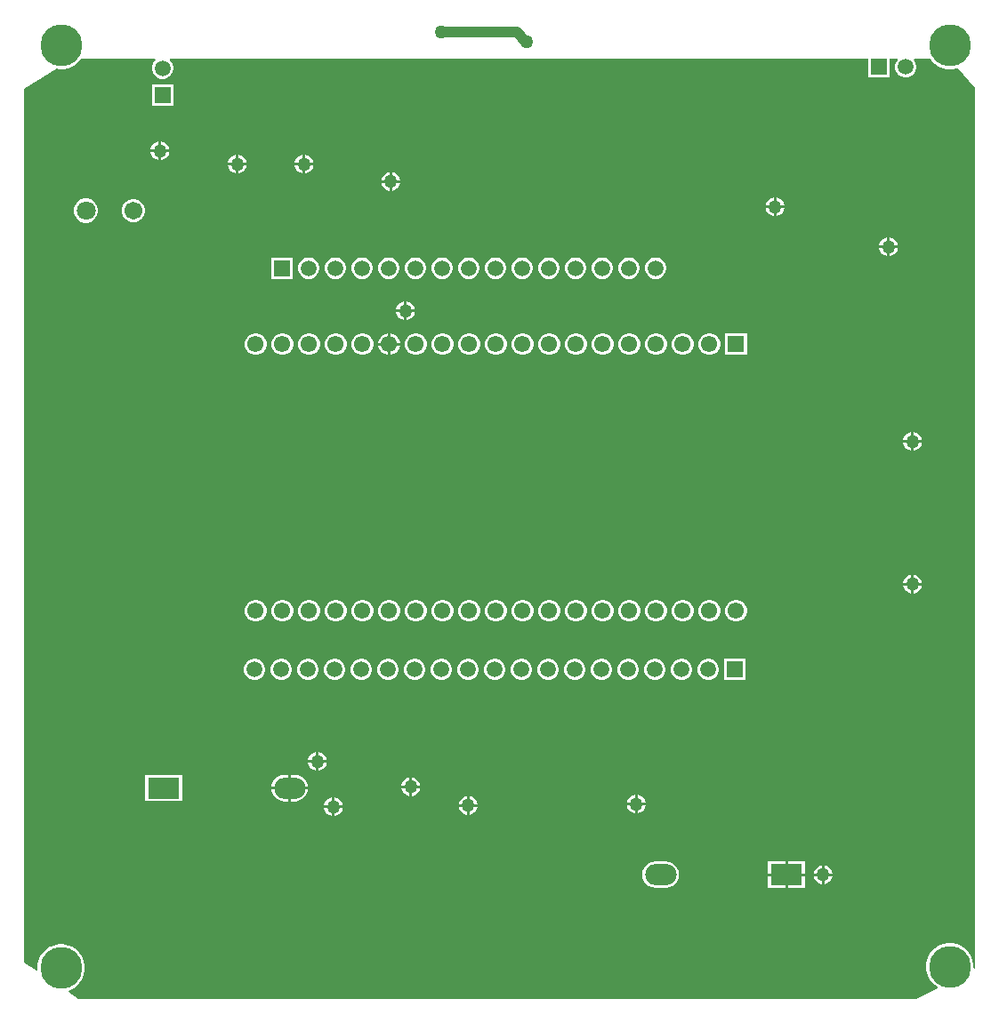
<source format=gbl>
G04*
G04 #@! TF.GenerationSoftware,Altium Limited,Altium Designer,22.3.1 (43)*
G04*
G04 Layer_Physical_Order=2*
G04 Layer_Color=16711680*
%FSLAX23Y23*%
%MOIN*%
G70*
G04*
G04 #@! TF.SameCoordinates,1274CE9F-09AF-47AB-B1D0-44CBEC0A274A*
G04*
G04*
G04 #@! TF.FilePolarity,Positive*
G04*
G01*
G75*
%ADD15C,0.039*%
%ADD58O,0.118X0.079*%
%ADD59R,0.118X0.079*%
%ADD60R,0.059X0.059*%
%ADD61C,0.059*%
%ADD62R,0.059X0.059*%
%ADD63C,0.071*%
%ADD64C,0.067*%
%ADD65C,0.061*%
%ADD66R,0.061X0.061*%
%ADD67C,0.157*%
%ADD68C,0.050*%
%ADD69C,0.031*%
G36*
X4826Y4708D02*
X4838Y4696D01*
X4853Y4686D01*
X4869Y4680D01*
X4886Y4676D01*
X4904D01*
X4921Y4680D01*
X4924Y4681D01*
X4990Y4605D01*
Y4590D01*
Y1304D01*
X4989Y1303D01*
X4984Y1306D01*
Y1319D01*
X4980Y1336D01*
X4974Y1352D01*
X4964Y1367D01*
X4952Y1379D01*
X4937Y1389D01*
X4921Y1395D01*
X4904Y1399D01*
X4886D01*
X4869Y1395D01*
X4853Y1389D01*
X4838Y1379D01*
X4826Y1367D01*
X4816Y1352D01*
X4810Y1336D01*
X4806Y1319D01*
Y1301D01*
X4810Y1284D01*
X4816Y1268D01*
X4826Y1253D01*
X4838Y1241D01*
X4849Y1234D01*
X4848Y1229D01*
X4770Y1190D01*
X1630D01*
X1592Y1215D01*
X1593Y1220D01*
X1607Y1226D01*
X1622Y1236D01*
X1634Y1248D01*
X1644Y1263D01*
X1650Y1279D01*
X1654Y1296D01*
Y1314D01*
X1650Y1331D01*
X1644Y1347D01*
X1634Y1362D01*
X1622Y1374D01*
X1607Y1384D01*
X1591Y1390D01*
X1574Y1394D01*
X1556D01*
X1539Y1390D01*
X1523Y1384D01*
X1508Y1374D01*
X1496Y1362D01*
X1486Y1347D01*
X1480Y1331D01*
X1476Y1314D01*
Y1297D01*
X1472Y1294D01*
X1425Y1325D01*
Y4602D01*
X1549Y4678D01*
X1556Y4676D01*
X1574D01*
X1591Y4680D01*
X1607Y4686D01*
X1622Y4696D01*
X1634Y4708D01*
X1638Y4715D01*
X1917D01*
X1919Y4710D01*
X1913Y4704D01*
X1908Y4695D01*
X1905Y4685D01*
Y4675D01*
X1908Y4665D01*
X1913Y4656D01*
X1921Y4648D01*
X1930Y4643D01*
X1940Y4640D01*
X1950D01*
X1960Y4643D01*
X1969Y4648D01*
X1977Y4656D01*
X1982Y4665D01*
X1985Y4675D01*
Y4685D01*
X1982Y4695D01*
X1977Y4704D01*
X1971Y4710D01*
X1973Y4715D01*
X4590D01*
Y4645D01*
X4670D01*
Y4715D01*
X4698D01*
X4700Y4710D01*
X4698Y4709D01*
X4693Y4700D01*
X4690Y4690D01*
Y4679D01*
X4693Y4669D01*
X4698Y4660D01*
X4706Y4653D01*
X4715Y4648D01*
X4725Y4645D01*
X4735D01*
X4745Y4648D01*
X4754Y4653D01*
X4762Y4660D01*
X4767Y4669D01*
X4770Y4679D01*
Y4690D01*
X4767Y4700D01*
X4762Y4709D01*
X4760Y4710D01*
X4762Y4715D01*
X4822D01*
X4826Y4708D01*
D02*
G37*
%LPC*%
G36*
X1985Y4620D02*
X1905D01*
Y4540D01*
X1985D01*
Y4620D01*
D02*
G37*
G36*
X1940Y4405D02*
Y4375D01*
X1970D01*
X1968Y4384D01*
X1963Y4391D01*
X1956Y4398D01*
X1949Y4403D01*
X1940Y4405D01*
D02*
G37*
G36*
X1930D02*
X1921Y4403D01*
X1914Y4398D01*
X1907Y4391D01*
X1902Y4384D01*
X1900Y4375D01*
X1930D01*
Y4405D01*
D02*
G37*
G36*
X1970Y4365D02*
X1940D01*
Y4335D01*
X1949Y4337D01*
X1956Y4342D01*
X1963Y4349D01*
X1968Y4356D01*
X1970Y4365D01*
D02*
G37*
G36*
X1930D02*
X1900D01*
X1902Y4356D01*
X1907Y4349D01*
X1914Y4342D01*
X1921Y4337D01*
X1930Y4335D01*
Y4365D01*
D02*
G37*
G36*
X2230Y4355D02*
Y4325D01*
X2260D01*
X2258Y4334D01*
X2253Y4342D01*
X2246Y4348D01*
X2239Y4353D01*
X2230Y4355D01*
D02*
G37*
G36*
X2220D02*
X2211Y4353D01*
X2204Y4348D01*
X2197Y4342D01*
X2192Y4334D01*
X2190Y4325D01*
X2220D01*
Y4355D01*
D02*
G37*
G36*
X2480Y4355D02*
Y4325D01*
X2510D01*
X2508Y4334D01*
X2503Y4341D01*
X2496Y4348D01*
X2489Y4353D01*
X2480Y4355D01*
D02*
G37*
G36*
X2470D02*
X2461Y4353D01*
X2454Y4348D01*
X2447Y4341D01*
X2442Y4334D01*
X2440Y4325D01*
X2470D01*
Y4355D01*
D02*
G37*
G36*
X2260Y4315D02*
X2230D01*
Y4285D01*
X2239Y4287D01*
X2246Y4292D01*
X2253Y4299D01*
X2258Y4307D01*
X2260Y4315D01*
D02*
G37*
G36*
X2220D02*
X2190D01*
X2192Y4307D01*
X2197Y4299D01*
X2204Y4292D01*
X2211Y4287D01*
X2220Y4285D01*
Y4315D01*
D02*
G37*
G36*
X2510Y4315D02*
X2480D01*
Y4285D01*
X2489Y4287D01*
X2496Y4292D01*
X2503Y4299D01*
X2508Y4306D01*
X2510Y4315D01*
D02*
G37*
G36*
X2470D02*
X2440D01*
X2442Y4306D01*
X2447Y4299D01*
X2454Y4292D01*
X2461Y4287D01*
X2470Y4285D01*
Y4315D01*
D02*
G37*
G36*
X2805Y4290D02*
Y4260D01*
X2835D01*
X2833Y4269D01*
X2828Y4276D01*
X2821Y4283D01*
X2814Y4288D01*
X2805Y4290D01*
D02*
G37*
G36*
X2795D02*
X2786Y4288D01*
X2779Y4283D01*
X2772Y4276D01*
X2767Y4269D01*
X2765Y4260D01*
X2795D01*
Y4290D01*
D02*
G37*
G36*
X2835Y4250D02*
X2805D01*
Y4220D01*
X2814Y4222D01*
X2821Y4227D01*
X2828Y4234D01*
X2833Y4241D01*
X2835Y4250D01*
D02*
G37*
G36*
X2795D02*
X2765D01*
X2767Y4241D01*
X2772Y4234D01*
X2779Y4227D01*
X2786Y4222D01*
X2795Y4220D01*
Y4250D01*
D02*
G37*
G36*
X4245Y4195D02*
Y4165D01*
X4275D01*
X4273Y4174D01*
X4268Y4181D01*
X4261Y4188D01*
X4254Y4193D01*
X4245Y4195D01*
D02*
G37*
G36*
X4235D02*
X4226Y4193D01*
X4219Y4188D01*
X4212Y4181D01*
X4207Y4174D01*
X4205Y4165D01*
X4235D01*
Y4195D01*
D02*
G37*
G36*
X4275Y4155D02*
X4245D01*
Y4125D01*
X4254Y4127D01*
X4261Y4132D01*
X4268Y4139D01*
X4273Y4146D01*
X4275Y4155D01*
D02*
G37*
G36*
X4235D02*
X4205D01*
X4207Y4146D01*
X4212Y4139D01*
X4219Y4132D01*
X4226Y4127D01*
X4235Y4125D01*
Y4155D01*
D02*
G37*
G36*
X1841Y4189D02*
X1829D01*
X1818Y4186D01*
X1808Y4180D01*
X1800Y4172D01*
X1795Y4162D01*
X1792Y4151D01*
Y4140D01*
X1795Y4129D01*
X1800Y4119D01*
X1808Y4111D01*
X1818Y4105D01*
X1829Y4102D01*
X1841D01*
X1852Y4105D01*
X1862Y4111D01*
X1870Y4119D01*
X1876Y4129D01*
X1879Y4140D01*
Y4151D01*
X1876Y4162D01*
X1870Y4172D01*
X1862Y4180D01*
X1852Y4186D01*
X1841Y4189D01*
D02*
G37*
G36*
X1664Y4191D02*
X1652D01*
X1640Y4188D01*
X1630Y4182D01*
X1622Y4173D01*
X1616Y4163D01*
X1613Y4152D01*
Y4140D01*
X1616Y4128D01*
X1622Y4118D01*
X1630Y4109D01*
X1640Y4103D01*
X1652Y4100D01*
X1664D01*
X1676Y4103D01*
X1686Y4109D01*
X1694Y4118D01*
X1700Y4128D01*
X1703Y4140D01*
Y4152D01*
X1700Y4163D01*
X1694Y4173D01*
X1686Y4182D01*
X1676Y4188D01*
X1664Y4191D01*
D02*
G37*
G36*
X4670Y4045D02*
Y4015D01*
X4700D01*
X4698Y4024D01*
X4693Y4031D01*
X4686Y4038D01*
X4679Y4043D01*
X4670Y4045D01*
D02*
G37*
G36*
X4660D02*
X4651Y4043D01*
X4644Y4038D01*
X4637Y4031D01*
X4632Y4024D01*
X4630Y4015D01*
X4660D01*
Y4045D01*
D02*
G37*
G36*
X4700Y4005D02*
X4670D01*
Y3975D01*
X4679Y3977D01*
X4686Y3982D01*
X4693Y3989D01*
X4698Y3996D01*
X4700Y4005D01*
D02*
G37*
G36*
X4660D02*
X4630D01*
X4632Y3996D01*
X4637Y3989D01*
X4644Y3982D01*
X4651Y3977D01*
X4660Y3975D01*
Y4005D01*
D02*
G37*
G36*
X3798Y3970D02*
X3787D01*
X3777Y3967D01*
X3768Y3962D01*
X3761Y3954D01*
X3756Y3945D01*
X3753Y3935D01*
Y3925D01*
X3756Y3915D01*
X3761Y3906D01*
X3768Y3898D01*
X3777Y3893D01*
X3787Y3890D01*
X3798D01*
X3808Y3893D01*
X3817Y3898D01*
X3824Y3906D01*
X3829Y3915D01*
X3832Y3925D01*
Y3935D01*
X3829Y3945D01*
X3824Y3954D01*
X3817Y3962D01*
X3808Y3967D01*
X3798Y3970D01*
D02*
G37*
G36*
X3698D02*
X3687D01*
X3677Y3967D01*
X3668Y3962D01*
X3661Y3954D01*
X3656Y3945D01*
X3653Y3935D01*
Y3925D01*
X3656Y3915D01*
X3661Y3906D01*
X3668Y3898D01*
X3677Y3893D01*
X3687Y3890D01*
X3698D01*
X3708Y3893D01*
X3717Y3898D01*
X3724Y3906D01*
X3729Y3915D01*
X3732Y3925D01*
Y3935D01*
X3729Y3945D01*
X3724Y3954D01*
X3717Y3962D01*
X3708Y3967D01*
X3698Y3970D01*
D02*
G37*
G36*
X3598D02*
X3587D01*
X3577Y3967D01*
X3568Y3962D01*
X3561Y3954D01*
X3556Y3945D01*
X3553Y3935D01*
Y3925D01*
X3556Y3915D01*
X3561Y3906D01*
X3568Y3898D01*
X3577Y3893D01*
X3587Y3890D01*
X3598D01*
X3608Y3893D01*
X3617Y3898D01*
X3624Y3906D01*
X3629Y3915D01*
X3632Y3925D01*
Y3935D01*
X3629Y3945D01*
X3624Y3954D01*
X3617Y3962D01*
X3608Y3967D01*
X3598Y3970D01*
D02*
G37*
G36*
X3498D02*
X3487D01*
X3477Y3967D01*
X3468Y3962D01*
X3461Y3954D01*
X3456Y3945D01*
X3453Y3935D01*
Y3925D01*
X3456Y3915D01*
X3461Y3906D01*
X3468Y3898D01*
X3477Y3893D01*
X3487Y3890D01*
X3498D01*
X3508Y3893D01*
X3517Y3898D01*
X3524Y3906D01*
X3529Y3915D01*
X3532Y3925D01*
Y3935D01*
X3529Y3945D01*
X3524Y3954D01*
X3517Y3962D01*
X3508Y3967D01*
X3498Y3970D01*
D02*
G37*
G36*
X3398D02*
X3387D01*
X3377Y3967D01*
X3368Y3962D01*
X3361Y3954D01*
X3356Y3945D01*
X3353Y3935D01*
Y3925D01*
X3356Y3915D01*
X3361Y3906D01*
X3368Y3898D01*
X3377Y3893D01*
X3387Y3890D01*
X3398D01*
X3408Y3893D01*
X3417Y3898D01*
X3424Y3906D01*
X3429Y3915D01*
X3432Y3925D01*
Y3935D01*
X3429Y3945D01*
X3424Y3954D01*
X3417Y3962D01*
X3408Y3967D01*
X3398Y3970D01*
D02*
G37*
G36*
X3298D02*
X3287D01*
X3277Y3967D01*
X3268Y3962D01*
X3261Y3954D01*
X3256Y3945D01*
X3253Y3935D01*
Y3925D01*
X3256Y3915D01*
X3261Y3906D01*
X3268Y3898D01*
X3277Y3893D01*
X3287Y3890D01*
X3298D01*
X3308Y3893D01*
X3317Y3898D01*
X3324Y3906D01*
X3329Y3915D01*
X3332Y3925D01*
Y3935D01*
X3329Y3945D01*
X3324Y3954D01*
X3317Y3962D01*
X3308Y3967D01*
X3298Y3970D01*
D02*
G37*
G36*
X3198D02*
X3187D01*
X3177Y3967D01*
X3168Y3962D01*
X3161Y3954D01*
X3156Y3945D01*
X3153Y3935D01*
Y3925D01*
X3156Y3915D01*
X3161Y3906D01*
X3168Y3898D01*
X3177Y3893D01*
X3187Y3890D01*
X3198D01*
X3208Y3893D01*
X3217Y3898D01*
X3224Y3906D01*
X3229Y3915D01*
X3232Y3925D01*
Y3935D01*
X3229Y3945D01*
X3224Y3954D01*
X3217Y3962D01*
X3208Y3967D01*
X3198Y3970D01*
D02*
G37*
G36*
X3098D02*
X3087D01*
X3077Y3967D01*
X3068Y3962D01*
X3061Y3954D01*
X3056Y3945D01*
X3053Y3935D01*
Y3925D01*
X3056Y3915D01*
X3061Y3906D01*
X3068Y3898D01*
X3077Y3893D01*
X3087Y3890D01*
X3098D01*
X3108Y3893D01*
X3117Y3898D01*
X3124Y3906D01*
X3129Y3915D01*
X3132Y3925D01*
Y3935D01*
X3129Y3945D01*
X3124Y3954D01*
X3117Y3962D01*
X3108Y3967D01*
X3098Y3970D01*
D02*
G37*
G36*
X2998D02*
X2987D01*
X2977Y3967D01*
X2968Y3962D01*
X2961Y3954D01*
X2956Y3945D01*
X2953Y3935D01*
Y3925D01*
X2956Y3915D01*
X2961Y3906D01*
X2968Y3898D01*
X2977Y3893D01*
X2987Y3890D01*
X2998D01*
X3008Y3893D01*
X3017Y3898D01*
X3024Y3906D01*
X3029Y3915D01*
X3032Y3925D01*
Y3935D01*
X3029Y3945D01*
X3024Y3954D01*
X3017Y3962D01*
X3008Y3967D01*
X2998Y3970D01*
D02*
G37*
G36*
X2898D02*
X2887D01*
X2877Y3967D01*
X2868Y3962D01*
X2861Y3954D01*
X2856Y3945D01*
X2853Y3935D01*
Y3925D01*
X2856Y3915D01*
X2861Y3906D01*
X2868Y3898D01*
X2877Y3893D01*
X2887Y3890D01*
X2898D01*
X2908Y3893D01*
X2917Y3898D01*
X2924Y3906D01*
X2929Y3915D01*
X2932Y3925D01*
Y3935D01*
X2929Y3945D01*
X2924Y3954D01*
X2917Y3962D01*
X2908Y3967D01*
X2898Y3970D01*
D02*
G37*
G36*
X2798D02*
X2787D01*
X2777Y3967D01*
X2768Y3962D01*
X2761Y3954D01*
X2756Y3945D01*
X2753Y3935D01*
Y3925D01*
X2756Y3915D01*
X2761Y3906D01*
X2768Y3898D01*
X2777Y3893D01*
X2787Y3890D01*
X2798D01*
X2808Y3893D01*
X2817Y3898D01*
X2824Y3906D01*
X2829Y3915D01*
X2832Y3925D01*
Y3935D01*
X2829Y3945D01*
X2824Y3954D01*
X2817Y3962D01*
X2808Y3967D01*
X2798Y3970D01*
D02*
G37*
G36*
X2698D02*
X2687D01*
X2677Y3967D01*
X2668Y3962D01*
X2661Y3954D01*
X2656Y3945D01*
X2653Y3935D01*
Y3925D01*
X2656Y3915D01*
X2661Y3906D01*
X2668Y3898D01*
X2677Y3893D01*
X2687Y3890D01*
X2698D01*
X2708Y3893D01*
X2717Y3898D01*
X2724Y3906D01*
X2729Y3915D01*
X2732Y3925D01*
Y3935D01*
X2729Y3945D01*
X2724Y3954D01*
X2717Y3962D01*
X2708Y3967D01*
X2698Y3970D01*
D02*
G37*
G36*
X2598D02*
X2587D01*
X2577Y3967D01*
X2568Y3962D01*
X2561Y3954D01*
X2556Y3945D01*
X2553Y3935D01*
Y3925D01*
X2556Y3915D01*
X2561Y3906D01*
X2568Y3898D01*
X2577Y3893D01*
X2587Y3890D01*
X2598D01*
X2608Y3893D01*
X2617Y3898D01*
X2624Y3906D01*
X2629Y3915D01*
X2632Y3925D01*
Y3935D01*
X2629Y3945D01*
X2624Y3954D01*
X2617Y3962D01*
X2608Y3967D01*
X2598Y3970D01*
D02*
G37*
G36*
X2498D02*
X2487D01*
X2477Y3967D01*
X2468Y3962D01*
X2461Y3954D01*
X2456Y3945D01*
X2453Y3935D01*
Y3925D01*
X2456Y3915D01*
X2461Y3906D01*
X2468Y3898D01*
X2477Y3893D01*
X2487Y3890D01*
X2498D01*
X2508Y3893D01*
X2517Y3898D01*
X2524Y3906D01*
X2529Y3915D01*
X2532Y3925D01*
Y3935D01*
X2529Y3945D01*
X2524Y3954D01*
X2517Y3962D01*
X2508Y3967D01*
X2498Y3970D01*
D02*
G37*
G36*
X2432D02*
X2353D01*
Y3890D01*
X2432D01*
Y3970D01*
D02*
G37*
G36*
X2860Y3805D02*
Y3775D01*
X2890D01*
X2888Y3784D01*
X2883Y3791D01*
X2876Y3798D01*
X2869Y3803D01*
X2860Y3805D01*
D02*
G37*
G36*
X2850D02*
X2841Y3803D01*
X2834Y3798D01*
X2827Y3791D01*
X2822Y3784D01*
X2820Y3775D01*
X2850D01*
Y3805D01*
D02*
G37*
G36*
X2890Y3765D02*
X2860D01*
Y3735D01*
X2869Y3737D01*
X2876Y3742D01*
X2883Y3749D01*
X2888Y3756D01*
X2890Y3765D01*
D02*
G37*
G36*
X2850D02*
X2820D01*
X2822Y3756D01*
X2827Y3749D01*
X2834Y3742D01*
X2841Y3737D01*
X2850Y3735D01*
Y3765D01*
D02*
G37*
G36*
X2799Y3686D02*
X2799D01*
Y3650D01*
X2835D01*
Y3650D01*
X2832Y3661D01*
X2826Y3670D01*
X2819Y3678D01*
X2810Y3683D01*
X2799Y3686D01*
D02*
G37*
G36*
X2789D02*
X2788D01*
X2778Y3683D01*
X2769Y3678D01*
X2761Y3670D01*
X2756Y3661D01*
X2753Y3650D01*
Y3650D01*
X2789D01*
Y3686D01*
D02*
G37*
G36*
X4135D02*
X4053D01*
Y3604D01*
X4135D01*
Y3686D01*
D02*
G37*
G36*
X3999D02*
X3988D01*
X3978Y3683D01*
X3969Y3678D01*
X3961Y3670D01*
X3956Y3661D01*
X3953Y3650D01*
Y3640D01*
X3956Y3629D01*
X3961Y3620D01*
X3969Y3612D01*
X3978Y3607D01*
X3988Y3604D01*
X3999D01*
X4010Y3607D01*
X4019Y3612D01*
X4026Y3620D01*
X4032Y3629D01*
X4035Y3640D01*
Y3650D01*
X4032Y3661D01*
X4026Y3670D01*
X4019Y3678D01*
X4010Y3683D01*
X3999Y3686D01*
D02*
G37*
G36*
X3899D02*
X3888D01*
X3878Y3683D01*
X3869Y3678D01*
X3861Y3670D01*
X3856Y3661D01*
X3853Y3650D01*
Y3640D01*
X3856Y3629D01*
X3861Y3620D01*
X3869Y3612D01*
X3878Y3607D01*
X3888Y3604D01*
X3899D01*
X3910Y3607D01*
X3919Y3612D01*
X3926Y3620D01*
X3932Y3629D01*
X3935Y3640D01*
Y3650D01*
X3932Y3661D01*
X3926Y3670D01*
X3919Y3678D01*
X3910Y3683D01*
X3899Y3686D01*
D02*
G37*
G36*
X3799D02*
X3788D01*
X3778Y3683D01*
X3769Y3678D01*
X3761Y3670D01*
X3756Y3661D01*
X3753Y3650D01*
Y3640D01*
X3756Y3629D01*
X3761Y3620D01*
X3769Y3612D01*
X3778Y3607D01*
X3788Y3604D01*
X3799D01*
X3810Y3607D01*
X3819Y3612D01*
X3826Y3620D01*
X3832Y3629D01*
X3835Y3640D01*
Y3650D01*
X3832Y3661D01*
X3826Y3670D01*
X3819Y3678D01*
X3810Y3683D01*
X3799Y3686D01*
D02*
G37*
G36*
X3699D02*
X3688D01*
X3678Y3683D01*
X3669Y3678D01*
X3661Y3670D01*
X3656Y3661D01*
X3653Y3650D01*
Y3640D01*
X3656Y3629D01*
X3661Y3620D01*
X3669Y3612D01*
X3678Y3607D01*
X3688Y3604D01*
X3699D01*
X3710Y3607D01*
X3719Y3612D01*
X3726Y3620D01*
X3732Y3629D01*
X3735Y3640D01*
Y3650D01*
X3732Y3661D01*
X3726Y3670D01*
X3719Y3678D01*
X3710Y3683D01*
X3699Y3686D01*
D02*
G37*
G36*
X3599D02*
X3588D01*
X3578Y3683D01*
X3569Y3678D01*
X3561Y3670D01*
X3556Y3661D01*
X3553Y3650D01*
Y3640D01*
X3556Y3629D01*
X3561Y3620D01*
X3569Y3612D01*
X3578Y3607D01*
X3588Y3604D01*
X3599D01*
X3610Y3607D01*
X3619Y3612D01*
X3626Y3620D01*
X3632Y3629D01*
X3635Y3640D01*
Y3650D01*
X3632Y3661D01*
X3626Y3670D01*
X3619Y3678D01*
X3610Y3683D01*
X3599Y3686D01*
D02*
G37*
G36*
X3499D02*
X3488D01*
X3478Y3683D01*
X3469Y3678D01*
X3461Y3670D01*
X3456Y3661D01*
X3453Y3650D01*
Y3640D01*
X3456Y3629D01*
X3461Y3620D01*
X3469Y3612D01*
X3478Y3607D01*
X3488Y3604D01*
X3499D01*
X3510Y3607D01*
X3519Y3612D01*
X3526Y3620D01*
X3532Y3629D01*
X3535Y3640D01*
Y3650D01*
X3532Y3661D01*
X3526Y3670D01*
X3519Y3678D01*
X3510Y3683D01*
X3499Y3686D01*
D02*
G37*
G36*
X3399D02*
X3388D01*
X3378Y3683D01*
X3369Y3678D01*
X3361Y3670D01*
X3356Y3661D01*
X3353Y3650D01*
Y3640D01*
X3356Y3629D01*
X3361Y3620D01*
X3369Y3612D01*
X3378Y3607D01*
X3388Y3604D01*
X3399D01*
X3410Y3607D01*
X3419Y3612D01*
X3426Y3620D01*
X3432Y3629D01*
X3435Y3640D01*
Y3650D01*
X3432Y3661D01*
X3426Y3670D01*
X3419Y3678D01*
X3410Y3683D01*
X3399Y3686D01*
D02*
G37*
G36*
X3299D02*
X3288D01*
X3278Y3683D01*
X3269Y3678D01*
X3261Y3670D01*
X3256Y3661D01*
X3253Y3650D01*
Y3640D01*
X3256Y3629D01*
X3261Y3620D01*
X3269Y3612D01*
X3278Y3607D01*
X3288Y3604D01*
X3299D01*
X3310Y3607D01*
X3319Y3612D01*
X3326Y3620D01*
X3332Y3629D01*
X3335Y3640D01*
Y3650D01*
X3332Y3661D01*
X3326Y3670D01*
X3319Y3678D01*
X3310Y3683D01*
X3299Y3686D01*
D02*
G37*
G36*
X3199D02*
X3188D01*
X3178Y3683D01*
X3169Y3678D01*
X3161Y3670D01*
X3156Y3661D01*
X3153Y3650D01*
Y3640D01*
X3156Y3629D01*
X3161Y3620D01*
X3169Y3612D01*
X3178Y3607D01*
X3188Y3604D01*
X3199D01*
X3210Y3607D01*
X3219Y3612D01*
X3226Y3620D01*
X3232Y3629D01*
X3235Y3640D01*
Y3650D01*
X3232Y3661D01*
X3226Y3670D01*
X3219Y3678D01*
X3210Y3683D01*
X3199Y3686D01*
D02*
G37*
G36*
X3099D02*
X3088D01*
X3078Y3683D01*
X3069Y3678D01*
X3061Y3670D01*
X3056Y3661D01*
X3053Y3650D01*
Y3640D01*
X3056Y3629D01*
X3061Y3620D01*
X3069Y3612D01*
X3078Y3607D01*
X3088Y3604D01*
X3099D01*
X3110Y3607D01*
X3119Y3612D01*
X3126Y3620D01*
X3132Y3629D01*
X3135Y3640D01*
Y3650D01*
X3132Y3661D01*
X3126Y3670D01*
X3119Y3678D01*
X3110Y3683D01*
X3099Y3686D01*
D02*
G37*
G36*
X2999D02*
X2988D01*
X2978Y3683D01*
X2969Y3678D01*
X2961Y3670D01*
X2956Y3661D01*
X2953Y3650D01*
Y3640D01*
X2956Y3629D01*
X2961Y3620D01*
X2969Y3612D01*
X2978Y3607D01*
X2988Y3604D01*
X2999D01*
X3010Y3607D01*
X3019Y3612D01*
X3026Y3620D01*
X3032Y3629D01*
X3035Y3640D01*
Y3650D01*
X3032Y3661D01*
X3026Y3670D01*
X3019Y3678D01*
X3010Y3683D01*
X2999Y3686D01*
D02*
G37*
G36*
X2899D02*
X2888D01*
X2878Y3683D01*
X2869Y3678D01*
X2861Y3670D01*
X2856Y3661D01*
X2853Y3650D01*
Y3640D01*
X2856Y3629D01*
X2861Y3620D01*
X2869Y3612D01*
X2878Y3607D01*
X2888Y3604D01*
X2899D01*
X2910Y3607D01*
X2919Y3612D01*
X2926Y3620D01*
X2932Y3629D01*
X2935Y3640D01*
Y3650D01*
X2932Y3661D01*
X2926Y3670D01*
X2919Y3678D01*
X2910Y3683D01*
X2899Y3686D01*
D02*
G37*
G36*
X2835Y3640D02*
X2799D01*
Y3604D01*
X2799D01*
X2810Y3607D01*
X2819Y3612D01*
X2826Y3620D01*
X2832Y3629D01*
X2835Y3640D01*
Y3640D01*
D02*
G37*
G36*
X2789D02*
X2753D01*
Y3640D01*
X2756Y3629D01*
X2761Y3620D01*
X2769Y3612D01*
X2778Y3607D01*
X2788Y3604D01*
X2789D01*
Y3640D01*
D02*
G37*
G36*
X2699Y3686D02*
X2688D01*
X2678Y3683D01*
X2669Y3678D01*
X2661Y3670D01*
X2656Y3661D01*
X2653Y3650D01*
Y3640D01*
X2656Y3629D01*
X2661Y3620D01*
X2669Y3612D01*
X2678Y3607D01*
X2688Y3604D01*
X2699D01*
X2710Y3607D01*
X2719Y3612D01*
X2726Y3620D01*
X2732Y3629D01*
X2735Y3640D01*
Y3650D01*
X2732Y3661D01*
X2726Y3670D01*
X2719Y3678D01*
X2710Y3683D01*
X2699Y3686D01*
D02*
G37*
G36*
X2599D02*
X2588D01*
X2578Y3683D01*
X2569Y3678D01*
X2561Y3670D01*
X2556Y3661D01*
X2553Y3650D01*
Y3640D01*
X2556Y3629D01*
X2561Y3620D01*
X2569Y3612D01*
X2578Y3607D01*
X2588Y3604D01*
X2599D01*
X2610Y3607D01*
X2619Y3612D01*
X2626Y3620D01*
X2632Y3629D01*
X2635Y3640D01*
Y3650D01*
X2632Y3661D01*
X2626Y3670D01*
X2619Y3678D01*
X2610Y3683D01*
X2599Y3686D01*
D02*
G37*
G36*
X2499D02*
X2488D01*
X2478Y3683D01*
X2469Y3678D01*
X2461Y3670D01*
X2456Y3661D01*
X2453Y3650D01*
Y3640D01*
X2456Y3629D01*
X2461Y3620D01*
X2469Y3612D01*
X2478Y3607D01*
X2488Y3604D01*
X2499D01*
X2510Y3607D01*
X2519Y3612D01*
X2526Y3620D01*
X2532Y3629D01*
X2535Y3640D01*
Y3650D01*
X2532Y3661D01*
X2526Y3670D01*
X2519Y3678D01*
X2510Y3683D01*
X2499Y3686D01*
D02*
G37*
G36*
X2399D02*
X2388D01*
X2378Y3683D01*
X2369Y3678D01*
X2361Y3670D01*
X2356Y3661D01*
X2353Y3650D01*
Y3640D01*
X2356Y3629D01*
X2361Y3620D01*
X2369Y3612D01*
X2378Y3607D01*
X2388Y3604D01*
X2399D01*
X2410Y3607D01*
X2419Y3612D01*
X2426Y3620D01*
X2432Y3629D01*
X2435Y3640D01*
Y3650D01*
X2432Y3661D01*
X2426Y3670D01*
X2419Y3678D01*
X2410Y3683D01*
X2399Y3686D01*
D02*
G37*
G36*
X2299D02*
X2288D01*
X2278Y3683D01*
X2269Y3678D01*
X2261Y3670D01*
X2256Y3661D01*
X2253Y3650D01*
Y3640D01*
X2256Y3629D01*
X2261Y3620D01*
X2269Y3612D01*
X2278Y3607D01*
X2288Y3604D01*
X2299D01*
X2310Y3607D01*
X2319Y3612D01*
X2326Y3620D01*
X2332Y3629D01*
X2335Y3640D01*
Y3650D01*
X2332Y3661D01*
X2326Y3670D01*
X2319Y3678D01*
X2310Y3683D01*
X2299Y3686D01*
D02*
G37*
G36*
X4760Y3315D02*
Y3285D01*
X4790D01*
X4788Y3294D01*
X4783Y3301D01*
X4776Y3308D01*
X4769Y3313D01*
X4760Y3315D01*
D02*
G37*
G36*
X4750D02*
X4741Y3313D01*
X4734Y3308D01*
X4727Y3301D01*
X4722Y3294D01*
X4720Y3285D01*
X4750D01*
Y3315D01*
D02*
G37*
G36*
X4790Y3275D02*
X4760D01*
Y3245D01*
X4769Y3247D01*
X4776Y3252D01*
X4783Y3259D01*
X4788Y3266D01*
X4790Y3275D01*
D02*
G37*
G36*
X4750D02*
X4720D01*
X4722Y3266D01*
X4727Y3259D01*
X4734Y3252D01*
X4741Y3247D01*
X4750Y3245D01*
Y3275D01*
D02*
G37*
G36*
X4760Y2780D02*
Y2750D01*
X4790D01*
X4788Y2759D01*
X4783Y2766D01*
X4776Y2773D01*
X4769Y2778D01*
X4760Y2780D01*
D02*
G37*
G36*
X4750D02*
X4741Y2778D01*
X4734Y2773D01*
X4727Y2766D01*
X4722Y2759D01*
X4720Y2750D01*
X4750D01*
Y2780D01*
D02*
G37*
G36*
X4790Y2740D02*
X4760D01*
Y2710D01*
X4769Y2712D01*
X4776Y2717D01*
X4783Y2724D01*
X4788Y2731D01*
X4790Y2740D01*
D02*
G37*
G36*
X4750D02*
X4720D01*
X4722Y2731D01*
X4727Y2724D01*
X4734Y2717D01*
X4741Y2712D01*
X4750Y2710D01*
Y2740D01*
D02*
G37*
G36*
X4099Y2686D02*
X4088D01*
X4078Y2683D01*
X4069Y2678D01*
X4061Y2670D01*
X4056Y2661D01*
X4053Y2650D01*
Y2640D01*
X4056Y2629D01*
X4061Y2620D01*
X4069Y2612D01*
X4078Y2607D01*
X4088Y2604D01*
X4099D01*
X4110Y2607D01*
X4119Y2612D01*
X4126Y2620D01*
X4132Y2629D01*
X4135Y2640D01*
Y2650D01*
X4132Y2661D01*
X4126Y2670D01*
X4119Y2678D01*
X4110Y2683D01*
X4099Y2686D01*
D02*
G37*
G36*
X3999D02*
X3988D01*
X3978Y2683D01*
X3969Y2678D01*
X3961Y2670D01*
X3956Y2661D01*
X3953Y2650D01*
Y2640D01*
X3956Y2629D01*
X3961Y2620D01*
X3969Y2612D01*
X3978Y2607D01*
X3988Y2604D01*
X3999D01*
X4010Y2607D01*
X4019Y2612D01*
X4026Y2620D01*
X4032Y2629D01*
X4035Y2640D01*
Y2650D01*
X4032Y2661D01*
X4026Y2670D01*
X4019Y2678D01*
X4010Y2683D01*
X3999Y2686D01*
D02*
G37*
G36*
X3899D02*
X3888D01*
X3878Y2683D01*
X3869Y2678D01*
X3861Y2670D01*
X3856Y2661D01*
X3853Y2650D01*
Y2640D01*
X3856Y2629D01*
X3861Y2620D01*
X3869Y2612D01*
X3878Y2607D01*
X3888Y2604D01*
X3899D01*
X3910Y2607D01*
X3919Y2612D01*
X3926Y2620D01*
X3932Y2629D01*
X3935Y2640D01*
Y2650D01*
X3932Y2661D01*
X3926Y2670D01*
X3919Y2678D01*
X3910Y2683D01*
X3899Y2686D01*
D02*
G37*
G36*
X3799D02*
X3788D01*
X3778Y2683D01*
X3769Y2678D01*
X3761Y2670D01*
X3756Y2661D01*
X3753Y2650D01*
Y2640D01*
X3756Y2629D01*
X3761Y2620D01*
X3769Y2612D01*
X3778Y2607D01*
X3788Y2604D01*
X3799D01*
X3810Y2607D01*
X3819Y2612D01*
X3826Y2620D01*
X3832Y2629D01*
X3835Y2640D01*
Y2650D01*
X3832Y2661D01*
X3826Y2670D01*
X3819Y2678D01*
X3810Y2683D01*
X3799Y2686D01*
D02*
G37*
G36*
X3699D02*
X3688D01*
X3678Y2683D01*
X3669Y2678D01*
X3661Y2670D01*
X3656Y2661D01*
X3653Y2650D01*
Y2640D01*
X3656Y2629D01*
X3661Y2620D01*
X3669Y2612D01*
X3678Y2607D01*
X3688Y2604D01*
X3699D01*
X3710Y2607D01*
X3719Y2612D01*
X3726Y2620D01*
X3732Y2629D01*
X3735Y2640D01*
Y2650D01*
X3732Y2661D01*
X3726Y2670D01*
X3719Y2678D01*
X3710Y2683D01*
X3699Y2686D01*
D02*
G37*
G36*
X3599D02*
X3588D01*
X3578Y2683D01*
X3569Y2678D01*
X3561Y2670D01*
X3556Y2661D01*
X3553Y2650D01*
Y2640D01*
X3556Y2629D01*
X3561Y2620D01*
X3569Y2612D01*
X3578Y2607D01*
X3588Y2604D01*
X3599D01*
X3610Y2607D01*
X3619Y2612D01*
X3626Y2620D01*
X3632Y2629D01*
X3635Y2640D01*
Y2650D01*
X3632Y2661D01*
X3626Y2670D01*
X3619Y2678D01*
X3610Y2683D01*
X3599Y2686D01*
D02*
G37*
G36*
X3499D02*
X3488D01*
X3478Y2683D01*
X3469Y2678D01*
X3461Y2670D01*
X3456Y2661D01*
X3453Y2650D01*
Y2640D01*
X3456Y2629D01*
X3461Y2620D01*
X3469Y2612D01*
X3478Y2607D01*
X3488Y2604D01*
X3499D01*
X3510Y2607D01*
X3519Y2612D01*
X3526Y2620D01*
X3532Y2629D01*
X3535Y2640D01*
Y2650D01*
X3532Y2661D01*
X3526Y2670D01*
X3519Y2678D01*
X3510Y2683D01*
X3499Y2686D01*
D02*
G37*
G36*
X3399D02*
X3388D01*
X3378Y2683D01*
X3369Y2678D01*
X3361Y2670D01*
X3356Y2661D01*
X3353Y2650D01*
Y2640D01*
X3356Y2629D01*
X3361Y2620D01*
X3369Y2612D01*
X3378Y2607D01*
X3388Y2604D01*
X3399D01*
X3410Y2607D01*
X3419Y2612D01*
X3426Y2620D01*
X3432Y2629D01*
X3435Y2640D01*
Y2650D01*
X3432Y2661D01*
X3426Y2670D01*
X3419Y2678D01*
X3410Y2683D01*
X3399Y2686D01*
D02*
G37*
G36*
X3299D02*
X3288D01*
X3278Y2683D01*
X3269Y2678D01*
X3261Y2670D01*
X3256Y2661D01*
X3253Y2650D01*
Y2640D01*
X3256Y2629D01*
X3261Y2620D01*
X3269Y2612D01*
X3278Y2607D01*
X3288Y2604D01*
X3299D01*
X3310Y2607D01*
X3319Y2612D01*
X3326Y2620D01*
X3332Y2629D01*
X3335Y2640D01*
Y2650D01*
X3332Y2661D01*
X3326Y2670D01*
X3319Y2678D01*
X3310Y2683D01*
X3299Y2686D01*
D02*
G37*
G36*
X3199D02*
X3188D01*
X3178Y2683D01*
X3169Y2678D01*
X3161Y2670D01*
X3156Y2661D01*
X3153Y2650D01*
Y2640D01*
X3156Y2629D01*
X3161Y2620D01*
X3169Y2612D01*
X3178Y2607D01*
X3188Y2604D01*
X3199D01*
X3210Y2607D01*
X3219Y2612D01*
X3226Y2620D01*
X3232Y2629D01*
X3235Y2640D01*
Y2650D01*
X3232Y2661D01*
X3226Y2670D01*
X3219Y2678D01*
X3210Y2683D01*
X3199Y2686D01*
D02*
G37*
G36*
X3099D02*
X3088D01*
X3078Y2683D01*
X3069Y2678D01*
X3061Y2670D01*
X3056Y2661D01*
X3053Y2650D01*
Y2640D01*
X3056Y2629D01*
X3061Y2620D01*
X3069Y2612D01*
X3078Y2607D01*
X3088Y2604D01*
X3099D01*
X3110Y2607D01*
X3119Y2612D01*
X3126Y2620D01*
X3132Y2629D01*
X3135Y2640D01*
Y2650D01*
X3132Y2661D01*
X3126Y2670D01*
X3119Y2678D01*
X3110Y2683D01*
X3099Y2686D01*
D02*
G37*
G36*
X2999D02*
X2988D01*
X2978Y2683D01*
X2969Y2678D01*
X2961Y2670D01*
X2956Y2661D01*
X2953Y2650D01*
Y2640D01*
X2956Y2629D01*
X2961Y2620D01*
X2969Y2612D01*
X2978Y2607D01*
X2988Y2604D01*
X2999D01*
X3010Y2607D01*
X3019Y2612D01*
X3026Y2620D01*
X3032Y2629D01*
X3035Y2640D01*
Y2650D01*
X3032Y2661D01*
X3026Y2670D01*
X3019Y2678D01*
X3010Y2683D01*
X2999Y2686D01*
D02*
G37*
G36*
X2899D02*
X2888D01*
X2878Y2683D01*
X2869Y2678D01*
X2861Y2670D01*
X2856Y2661D01*
X2853Y2650D01*
Y2640D01*
X2856Y2629D01*
X2861Y2620D01*
X2869Y2612D01*
X2878Y2607D01*
X2888Y2604D01*
X2899D01*
X2910Y2607D01*
X2919Y2612D01*
X2926Y2620D01*
X2932Y2629D01*
X2935Y2640D01*
Y2650D01*
X2932Y2661D01*
X2926Y2670D01*
X2919Y2678D01*
X2910Y2683D01*
X2899Y2686D01*
D02*
G37*
G36*
X2799D02*
X2788D01*
X2778Y2683D01*
X2769Y2678D01*
X2761Y2670D01*
X2756Y2661D01*
X2753Y2650D01*
Y2640D01*
X2756Y2629D01*
X2761Y2620D01*
X2769Y2612D01*
X2778Y2607D01*
X2788Y2604D01*
X2799D01*
X2810Y2607D01*
X2819Y2612D01*
X2826Y2620D01*
X2832Y2629D01*
X2835Y2640D01*
Y2650D01*
X2832Y2661D01*
X2826Y2670D01*
X2819Y2678D01*
X2810Y2683D01*
X2799Y2686D01*
D02*
G37*
G36*
X2699D02*
X2688D01*
X2678Y2683D01*
X2669Y2678D01*
X2661Y2670D01*
X2656Y2661D01*
X2653Y2650D01*
Y2640D01*
X2656Y2629D01*
X2661Y2620D01*
X2669Y2612D01*
X2678Y2607D01*
X2688Y2604D01*
X2699D01*
X2710Y2607D01*
X2719Y2612D01*
X2726Y2620D01*
X2732Y2629D01*
X2735Y2640D01*
Y2650D01*
X2732Y2661D01*
X2726Y2670D01*
X2719Y2678D01*
X2710Y2683D01*
X2699Y2686D01*
D02*
G37*
G36*
X2599D02*
X2588D01*
X2578Y2683D01*
X2569Y2678D01*
X2561Y2670D01*
X2556Y2661D01*
X2553Y2650D01*
Y2640D01*
X2556Y2629D01*
X2561Y2620D01*
X2569Y2612D01*
X2578Y2607D01*
X2588Y2604D01*
X2599D01*
X2610Y2607D01*
X2619Y2612D01*
X2626Y2620D01*
X2632Y2629D01*
X2635Y2640D01*
Y2650D01*
X2632Y2661D01*
X2626Y2670D01*
X2619Y2678D01*
X2610Y2683D01*
X2599Y2686D01*
D02*
G37*
G36*
X2499D02*
X2488D01*
X2478Y2683D01*
X2469Y2678D01*
X2461Y2670D01*
X2456Y2661D01*
X2453Y2650D01*
Y2640D01*
X2456Y2629D01*
X2461Y2620D01*
X2469Y2612D01*
X2478Y2607D01*
X2488Y2604D01*
X2499D01*
X2510Y2607D01*
X2519Y2612D01*
X2526Y2620D01*
X2532Y2629D01*
X2535Y2640D01*
Y2650D01*
X2532Y2661D01*
X2526Y2670D01*
X2519Y2678D01*
X2510Y2683D01*
X2499Y2686D01*
D02*
G37*
G36*
X2399D02*
X2388D01*
X2378Y2683D01*
X2369Y2678D01*
X2361Y2670D01*
X2356Y2661D01*
X2353Y2650D01*
Y2640D01*
X2356Y2629D01*
X2361Y2620D01*
X2369Y2612D01*
X2378Y2607D01*
X2388Y2604D01*
X2399D01*
X2410Y2607D01*
X2419Y2612D01*
X2426Y2620D01*
X2432Y2629D01*
X2435Y2640D01*
Y2650D01*
X2432Y2661D01*
X2426Y2670D01*
X2419Y2678D01*
X2410Y2683D01*
X2399Y2686D01*
D02*
G37*
G36*
X2299D02*
X2288D01*
X2278Y2683D01*
X2269Y2678D01*
X2261Y2670D01*
X2256Y2661D01*
X2253Y2650D01*
Y2640D01*
X2256Y2629D01*
X2261Y2620D01*
X2269Y2612D01*
X2278Y2607D01*
X2288Y2604D01*
X2299D01*
X2310Y2607D01*
X2319Y2612D01*
X2326Y2620D01*
X2332Y2629D01*
X2335Y2640D01*
Y2650D01*
X2332Y2661D01*
X2326Y2670D01*
X2319Y2678D01*
X2310Y2683D01*
X2299Y2686D01*
D02*
G37*
G36*
X4130Y2465D02*
X4050D01*
Y2385D01*
X4130D01*
Y2465D01*
D02*
G37*
G36*
X3995D02*
X3985D01*
X3975Y2462D01*
X3966Y2457D01*
X3958Y2449D01*
X3953Y2440D01*
X3950Y2430D01*
Y2420D01*
X3953Y2410D01*
X3958Y2401D01*
X3966Y2393D01*
X3975Y2388D01*
X3985Y2385D01*
X3995D01*
X4005Y2388D01*
X4014Y2393D01*
X4022Y2401D01*
X4027Y2410D01*
X4030Y2420D01*
Y2430D01*
X4027Y2440D01*
X4022Y2449D01*
X4014Y2457D01*
X4005Y2462D01*
X3995Y2465D01*
D02*
G37*
G36*
X3895D02*
X3885D01*
X3875Y2462D01*
X3866Y2457D01*
X3858Y2449D01*
X3853Y2440D01*
X3850Y2430D01*
Y2420D01*
X3853Y2410D01*
X3858Y2401D01*
X3866Y2393D01*
X3875Y2388D01*
X3885Y2385D01*
X3895D01*
X3905Y2388D01*
X3914Y2393D01*
X3922Y2401D01*
X3927Y2410D01*
X3930Y2420D01*
Y2430D01*
X3927Y2440D01*
X3922Y2449D01*
X3914Y2457D01*
X3905Y2462D01*
X3895Y2465D01*
D02*
G37*
G36*
X3795D02*
X3785D01*
X3775Y2462D01*
X3766Y2457D01*
X3758Y2449D01*
X3753Y2440D01*
X3750Y2430D01*
Y2420D01*
X3753Y2410D01*
X3758Y2401D01*
X3766Y2393D01*
X3775Y2388D01*
X3785Y2385D01*
X3795D01*
X3805Y2388D01*
X3814Y2393D01*
X3822Y2401D01*
X3827Y2410D01*
X3830Y2420D01*
Y2430D01*
X3827Y2440D01*
X3822Y2449D01*
X3814Y2457D01*
X3805Y2462D01*
X3795Y2465D01*
D02*
G37*
G36*
X3695D02*
X3685D01*
X3675Y2462D01*
X3666Y2457D01*
X3658Y2449D01*
X3653Y2440D01*
X3650Y2430D01*
Y2420D01*
X3653Y2410D01*
X3658Y2401D01*
X3666Y2393D01*
X3675Y2388D01*
X3685Y2385D01*
X3695D01*
X3705Y2388D01*
X3714Y2393D01*
X3722Y2401D01*
X3727Y2410D01*
X3730Y2420D01*
Y2430D01*
X3727Y2440D01*
X3722Y2449D01*
X3714Y2457D01*
X3705Y2462D01*
X3695Y2465D01*
D02*
G37*
G36*
X3595D02*
X3585D01*
X3575Y2462D01*
X3566Y2457D01*
X3558Y2449D01*
X3553Y2440D01*
X3550Y2430D01*
Y2420D01*
X3553Y2410D01*
X3558Y2401D01*
X3566Y2393D01*
X3575Y2388D01*
X3585Y2385D01*
X3595D01*
X3605Y2388D01*
X3614Y2393D01*
X3622Y2401D01*
X3627Y2410D01*
X3630Y2420D01*
Y2430D01*
X3627Y2440D01*
X3622Y2449D01*
X3614Y2457D01*
X3605Y2462D01*
X3595Y2465D01*
D02*
G37*
G36*
X3495D02*
X3485D01*
X3475Y2462D01*
X3466Y2457D01*
X3458Y2449D01*
X3453Y2440D01*
X3450Y2430D01*
Y2420D01*
X3453Y2410D01*
X3458Y2401D01*
X3466Y2393D01*
X3475Y2388D01*
X3485Y2385D01*
X3495D01*
X3505Y2388D01*
X3514Y2393D01*
X3522Y2401D01*
X3527Y2410D01*
X3530Y2420D01*
Y2430D01*
X3527Y2440D01*
X3522Y2449D01*
X3514Y2457D01*
X3505Y2462D01*
X3495Y2465D01*
D02*
G37*
G36*
X3395D02*
X3385D01*
X3375Y2462D01*
X3366Y2457D01*
X3358Y2449D01*
X3353Y2440D01*
X3350Y2430D01*
Y2420D01*
X3353Y2410D01*
X3358Y2401D01*
X3366Y2393D01*
X3375Y2388D01*
X3385Y2385D01*
X3395D01*
X3405Y2388D01*
X3414Y2393D01*
X3422Y2401D01*
X3427Y2410D01*
X3430Y2420D01*
Y2430D01*
X3427Y2440D01*
X3422Y2449D01*
X3414Y2457D01*
X3405Y2462D01*
X3395Y2465D01*
D02*
G37*
G36*
X3295D02*
X3285D01*
X3275Y2462D01*
X3266Y2457D01*
X3258Y2449D01*
X3253Y2440D01*
X3250Y2430D01*
Y2420D01*
X3253Y2410D01*
X3258Y2401D01*
X3266Y2393D01*
X3275Y2388D01*
X3285Y2385D01*
X3295D01*
X3305Y2388D01*
X3314Y2393D01*
X3322Y2401D01*
X3327Y2410D01*
X3330Y2420D01*
Y2430D01*
X3327Y2440D01*
X3322Y2449D01*
X3314Y2457D01*
X3305Y2462D01*
X3295Y2465D01*
D02*
G37*
G36*
X3195D02*
X3185D01*
X3175Y2462D01*
X3166Y2457D01*
X3158Y2449D01*
X3153Y2440D01*
X3150Y2430D01*
Y2420D01*
X3153Y2410D01*
X3158Y2401D01*
X3166Y2393D01*
X3175Y2388D01*
X3185Y2385D01*
X3195D01*
X3205Y2388D01*
X3214Y2393D01*
X3222Y2401D01*
X3227Y2410D01*
X3230Y2420D01*
Y2430D01*
X3227Y2440D01*
X3222Y2449D01*
X3214Y2457D01*
X3205Y2462D01*
X3195Y2465D01*
D02*
G37*
G36*
X3095D02*
X3085D01*
X3075Y2462D01*
X3066Y2457D01*
X3058Y2449D01*
X3053Y2440D01*
X3050Y2430D01*
Y2420D01*
X3053Y2410D01*
X3058Y2401D01*
X3066Y2393D01*
X3075Y2388D01*
X3085Y2385D01*
X3095D01*
X3105Y2388D01*
X3114Y2393D01*
X3122Y2401D01*
X3127Y2410D01*
X3130Y2420D01*
Y2430D01*
X3127Y2440D01*
X3122Y2449D01*
X3114Y2457D01*
X3105Y2462D01*
X3095Y2465D01*
D02*
G37*
G36*
X2995D02*
X2985D01*
X2975Y2462D01*
X2966Y2457D01*
X2958Y2449D01*
X2953Y2440D01*
X2950Y2430D01*
Y2420D01*
X2953Y2410D01*
X2958Y2401D01*
X2966Y2393D01*
X2975Y2388D01*
X2985Y2385D01*
X2995D01*
X3005Y2388D01*
X3014Y2393D01*
X3022Y2401D01*
X3027Y2410D01*
X3030Y2420D01*
Y2430D01*
X3027Y2440D01*
X3022Y2449D01*
X3014Y2457D01*
X3005Y2462D01*
X2995Y2465D01*
D02*
G37*
G36*
X2895D02*
X2885D01*
X2875Y2462D01*
X2866Y2457D01*
X2858Y2449D01*
X2853Y2440D01*
X2850Y2430D01*
Y2420D01*
X2853Y2410D01*
X2858Y2401D01*
X2866Y2393D01*
X2875Y2388D01*
X2885Y2385D01*
X2895D01*
X2905Y2388D01*
X2914Y2393D01*
X2922Y2401D01*
X2927Y2410D01*
X2930Y2420D01*
Y2430D01*
X2927Y2440D01*
X2922Y2449D01*
X2914Y2457D01*
X2905Y2462D01*
X2895Y2465D01*
D02*
G37*
G36*
X2795D02*
X2785D01*
X2775Y2462D01*
X2766Y2457D01*
X2758Y2449D01*
X2753Y2440D01*
X2750Y2430D01*
Y2420D01*
X2753Y2410D01*
X2758Y2401D01*
X2766Y2393D01*
X2775Y2388D01*
X2785Y2385D01*
X2795D01*
X2805Y2388D01*
X2814Y2393D01*
X2822Y2401D01*
X2827Y2410D01*
X2830Y2420D01*
Y2430D01*
X2827Y2440D01*
X2822Y2449D01*
X2814Y2457D01*
X2805Y2462D01*
X2795Y2465D01*
D02*
G37*
G36*
X2695D02*
X2685D01*
X2675Y2462D01*
X2666Y2457D01*
X2658Y2449D01*
X2653Y2440D01*
X2650Y2430D01*
Y2420D01*
X2653Y2410D01*
X2658Y2401D01*
X2666Y2393D01*
X2675Y2388D01*
X2685Y2385D01*
X2695D01*
X2705Y2388D01*
X2714Y2393D01*
X2722Y2401D01*
X2727Y2410D01*
X2730Y2420D01*
Y2430D01*
X2727Y2440D01*
X2722Y2449D01*
X2714Y2457D01*
X2705Y2462D01*
X2695Y2465D01*
D02*
G37*
G36*
X2595D02*
X2585D01*
X2575Y2462D01*
X2566Y2457D01*
X2558Y2449D01*
X2553Y2440D01*
X2550Y2430D01*
Y2420D01*
X2553Y2410D01*
X2558Y2401D01*
X2566Y2393D01*
X2575Y2388D01*
X2585Y2385D01*
X2595D01*
X2605Y2388D01*
X2614Y2393D01*
X2622Y2401D01*
X2627Y2410D01*
X2630Y2420D01*
Y2430D01*
X2627Y2440D01*
X2622Y2449D01*
X2614Y2457D01*
X2605Y2462D01*
X2595Y2465D01*
D02*
G37*
G36*
X2495D02*
X2485D01*
X2475Y2462D01*
X2466Y2457D01*
X2458Y2449D01*
X2453Y2440D01*
X2450Y2430D01*
Y2420D01*
X2453Y2410D01*
X2458Y2401D01*
X2466Y2393D01*
X2475Y2388D01*
X2485Y2385D01*
X2495D01*
X2505Y2388D01*
X2514Y2393D01*
X2522Y2401D01*
X2527Y2410D01*
X2530Y2420D01*
Y2430D01*
X2527Y2440D01*
X2522Y2449D01*
X2514Y2457D01*
X2505Y2462D01*
X2495Y2465D01*
D02*
G37*
G36*
X2395D02*
X2385D01*
X2375Y2462D01*
X2366Y2457D01*
X2358Y2449D01*
X2353Y2440D01*
X2350Y2430D01*
Y2420D01*
X2353Y2410D01*
X2358Y2401D01*
X2366Y2393D01*
X2375Y2388D01*
X2385Y2385D01*
X2395D01*
X2405Y2388D01*
X2414Y2393D01*
X2422Y2401D01*
X2427Y2410D01*
X2430Y2420D01*
Y2430D01*
X2427Y2440D01*
X2422Y2449D01*
X2414Y2457D01*
X2405Y2462D01*
X2395Y2465D01*
D02*
G37*
G36*
X2295D02*
X2285D01*
X2275Y2462D01*
X2266Y2457D01*
X2258Y2449D01*
X2253Y2440D01*
X2250Y2430D01*
Y2420D01*
X2253Y2410D01*
X2258Y2401D01*
X2266Y2393D01*
X2275Y2388D01*
X2285Y2385D01*
X2295D01*
X2305Y2388D01*
X2314Y2393D01*
X2322Y2401D01*
X2327Y2410D01*
X2330Y2420D01*
Y2430D01*
X2327Y2440D01*
X2322Y2449D01*
X2314Y2457D01*
X2305Y2462D01*
X2295Y2465D01*
D02*
G37*
G36*
X2530Y2115D02*
Y2085D01*
X2560D01*
X2558Y2094D01*
X2553Y2101D01*
X2546Y2108D01*
X2539Y2113D01*
X2530Y2115D01*
D02*
G37*
G36*
X2520D02*
X2511Y2113D01*
X2504Y2108D01*
X2497Y2101D01*
X2492Y2094D01*
X2490Y2085D01*
X2520D01*
Y2115D01*
D02*
G37*
G36*
X2560Y2075D02*
X2530D01*
Y2045D01*
X2539Y2047D01*
X2546Y2052D01*
X2553Y2059D01*
X2558Y2066D01*
X2560Y2075D01*
D02*
G37*
G36*
X2520D02*
X2490D01*
X2492Y2066D01*
X2497Y2059D01*
X2504Y2052D01*
X2511Y2047D01*
X2520Y2045D01*
Y2075D01*
D02*
G37*
G36*
X2880Y2020D02*
Y1990D01*
X2910D01*
X2908Y1999D01*
X2903Y2006D01*
X2896Y2013D01*
X2889Y2018D01*
X2880Y2020D01*
D02*
G37*
G36*
X2870D02*
X2861Y2018D01*
X2854Y2013D01*
X2847Y2006D01*
X2842Y1999D01*
X2840Y1990D01*
X2870D01*
Y2020D01*
D02*
G37*
G36*
X2441Y2030D02*
X2426D01*
Y1985D01*
X2490D01*
X2489Y1993D01*
X2484Y2005D01*
X2476Y2015D01*
X2466Y2023D01*
X2454Y2028D01*
X2441Y2030D01*
D02*
G37*
G36*
X2416D02*
X2402D01*
X2389Y2028D01*
X2377Y2023D01*
X2366Y2015D01*
X2358Y2005D01*
X2353Y1993D01*
X2352Y1985D01*
X2416D01*
Y2030D01*
D02*
G37*
G36*
X2910Y1980D02*
X2880D01*
Y1950D01*
X2889Y1952D01*
X2896Y1957D01*
X2903Y1964D01*
X2908Y1971D01*
X2910Y1980D01*
D02*
G37*
G36*
X2870D02*
X2840D01*
X2842Y1971D01*
X2847Y1964D01*
X2854Y1957D01*
X2861Y1952D01*
X2870Y1950D01*
Y1980D01*
D02*
G37*
G36*
X2018Y2029D02*
X1880D01*
Y1931D01*
X2018D01*
Y2029D01*
D02*
G37*
G36*
X2490Y1975D02*
X2426D01*
Y1930D01*
X2441D01*
X2454Y1932D01*
X2466Y1937D01*
X2476Y1945D01*
X2484Y1955D01*
X2489Y1967D01*
X2490Y1975D01*
D02*
G37*
G36*
X2416D02*
X2352D01*
X2353Y1967D01*
X2358Y1955D01*
X2366Y1945D01*
X2377Y1937D01*
X2389Y1932D01*
X2402Y1930D01*
X2416D01*
Y1975D01*
D02*
G37*
G36*
X3725Y1955D02*
Y1925D01*
X3755D01*
X3753Y1934D01*
X3748Y1941D01*
X3741Y1948D01*
X3733Y1953D01*
X3725Y1955D01*
D02*
G37*
G36*
X3715D02*
X3706Y1953D01*
X3698Y1948D01*
X3692Y1941D01*
X3687Y1934D01*
X3685Y1925D01*
X3715D01*
Y1955D01*
D02*
G37*
G36*
X3095Y1950D02*
Y1920D01*
X3125D01*
X3123Y1929D01*
X3118Y1936D01*
X3111Y1943D01*
X3104Y1948D01*
X3095Y1950D01*
D02*
G37*
G36*
X3085D02*
X3076Y1948D01*
X3069Y1943D01*
X3062Y1936D01*
X3057Y1929D01*
X3055Y1920D01*
X3085D01*
Y1950D01*
D02*
G37*
G36*
X2590Y1945D02*
Y1915D01*
X2620D01*
X2618Y1924D01*
X2613Y1931D01*
X2606Y1938D01*
X2599Y1943D01*
X2590Y1945D01*
D02*
G37*
G36*
X2580D02*
X2571Y1943D01*
X2564Y1938D01*
X2557Y1931D01*
X2552Y1924D01*
X2550Y1915D01*
X2580D01*
Y1945D01*
D02*
G37*
G36*
X3755Y1915D02*
X3725D01*
Y1885D01*
X3733Y1887D01*
X3741Y1892D01*
X3748Y1899D01*
X3753Y1906D01*
X3755Y1915D01*
D02*
G37*
G36*
X3715D02*
X3685D01*
X3687Y1906D01*
X3692Y1899D01*
X3698Y1892D01*
X3706Y1887D01*
X3715Y1885D01*
Y1915D01*
D02*
G37*
G36*
X3125Y1910D02*
X3095D01*
Y1880D01*
X3104Y1882D01*
X3111Y1887D01*
X3118Y1894D01*
X3123Y1901D01*
X3125Y1910D01*
D02*
G37*
G36*
X3085D02*
X3055D01*
X3057Y1901D01*
X3062Y1894D01*
X3069Y1887D01*
X3076Y1882D01*
X3085Y1880D01*
Y1910D01*
D02*
G37*
G36*
X2620Y1905D02*
X2590D01*
Y1875D01*
X2599Y1877D01*
X2606Y1882D01*
X2613Y1889D01*
X2618Y1896D01*
X2620Y1905D01*
D02*
G37*
G36*
X2580D02*
X2550D01*
X2552Y1896D01*
X2557Y1889D01*
X2564Y1882D01*
X2571Y1877D01*
X2580Y1875D01*
Y1905D01*
D02*
G37*
G36*
X4425Y1690D02*
Y1660D01*
X4455D01*
X4453Y1669D01*
X4448Y1676D01*
X4441Y1683D01*
X4434Y1688D01*
X4425Y1690D01*
D02*
G37*
G36*
X4415D02*
X4406Y1688D01*
X4399Y1683D01*
X4392Y1676D01*
X4387Y1669D01*
X4385Y1660D01*
X4415D01*
Y1690D01*
D02*
G37*
G36*
X4352Y1704D02*
X4288D01*
Y1660D01*
X4352D01*
Y1704D01*
D02*
G37*
G36*
X4278D02*
X4214D01*
Y1660D01*
X4278D01*
Y1704D01*
D02*
G37*
G36*
X4455Y1650D02*
X4425D01*
Y1620D01*
X4434Y1622D01*
X4441Y1627D01*
X4448Y1634D01*
X4453Y1641D01*
X4455Y1650D01*
D02*
G37*
G36*
X4415D02*
X4385D01*
X4387Y1641D01*
X4392Y1634D01*
X4399Y1627D01*
X4406Y1622D01*
X4415Y1620D01*
Y1650D01*
D02*
G37*
G36*
X4352D02*
X4288D01*
Y1606D01*
X4352D01*
Y1650D01*
D02*
G37*
G36*
X4278D02*
X4214D01*
Y1606D01*
X4278D01*
Y1650D01*
D02*
G37*
G36*
X3831Y1705D02*
X3791D01*
X3778Y1703D01*
X3766Y1698D01*
X3756Y1690D01*
X3748Y1680D01*
X3743Y1668D01*
X3741Y1655D01*
X3743Y1642D01*
X3748Y1630D01*
X3756Y1620D01*
X3766Y1612D01*
X3778Y1607D01*
X3791Y1605D01*
X3831D01*
X3843Y1607D01*
X3855Y1612D01*
X3866Y1620D01*
X3874Y1630D01*
X3879Y1642D01*
X3880Y1655D01*
X3879Y1668D01*
X3874Y1680D01*
X3866Y1690D01*
X3855Y1698D01*
X3843Y1703D01*
X3831Y1705D01*
D02*
G37*
%LPD*%
D15*
X2990Y4815D02*
X3272D01*
X3307Y4780D01*
X3310D01*
D58*
X2421Y1980D02*
D03*
X3811Y1655D02*
D03*
D59*
X1949Y1980D02*
D03*
X4283Y1655D02*
D03*
D60*
X4630Y4684D02*
D03*
X2393Y3930D02*
D03*
X4090Y2425D02*
D03*
D61*
X4730Y4684D02*
D03*
X1945Y4680D02*
D03*
X2493Y3930D02*
D03*
X2593D02*
D03*
X2693D02*
D03*
X2793D02*
D03*
X2893D02*
D03*
X2993D02*
D03*
X3093D02*
D03*
X3193D02*
D03*
X3293D02*
D03*
X3393D02*
D03*
X3493D02*
D03*
X3593D02*
D03*
X3693D02*
D03*
X3793D02*
D03*
X3990Y2425D02*
D03*
X3890D02*
D03*
X3790D02*
D03*
X3690D02*
D03*
X3590D02*
D03*
X3490D02*
D03*
X3390D02*
D03*
X3290D02*
D03*
X3190D02*
D03*
X3090D02*
D03*
X2990D02*
D03*
X2890D02*
D03*
X2790D02*
D03*
X2690D02*
D03*
X2590D02*
D03*
X2490D02*
D03*
X2390D02*
D03*
X2290D02*
D03*
D62*
X1945Y4580D02*
D03*
D63*
X1658Y4146D02*
D03*
D64*
X1835D02*
D03*
D65*
X2294Y2645D02*
D03*
X2394D02*
D03*
X2494D02*
D03*
X2594D02*
D03*
X2694D02*
D03*
X2794D02*
D03*
X2894D02*
D03*
X2994D02*
D03*
X3094D02*
D03*
X3194D02*
D03*
X3294D02*
D03*
X3394D02*
D03*
X3494D02*
D03*
X3594D02*
D03*
X3694D02*
D03*
X3794D02*
D03*
X3894D02*
D03*
X3994D02*
D03*
X4094D02*
D03*
X2394Y3645D02*
D03*
X2494D02*
D03*
X2594D02*
D03*
X2694D02*
D03*
X2794D02*
D03*
X2894D02*
D03*
X2994D02*
D03*
X3094D02*
D03*
X3194D02*
D03*
X3294D02*
D03*
X3394D02*
D03*
X3494D02*
D03*
X3594D02*
D03*
X3694D02*
D03*
X3794D02*
D03*
X3894D02*
D03*
X2294D02*
D03*
X3994D02*
D03*
D66*
X4094D02*
D03*
D67*
X1565Y4765D02*
D03*
Y1305D02*
D03*
X4895Y1310D02*
D03*
Y4765D02*
D03*
D68*
X3720Y1920D02*
D03*
X2225Y4320D02*
D03*
X2875Y1985D02*
D03*
X2585Y1910D02*
D03*
X3090Y1915D02*
D03*
X2525Y2080D02*
D03*
X4420Y1655D02*
D03*
X4755Y3280D02*
D03*
Y2745D02*
D03*
X4665Y4010D02*
D03*
X4240Y4160D02*
D03*
X2800Y4255D02*
D03*
X2475Y4320D02*
D03*
X1935Y4370D02*
D03*
X2855Y3770D02*
D03*
X2990Y4815D02*
D03*
X3310Y4780D02*
D03*
D69*
X1940Y4366D02*
X1944Y4370D01*
X1940Y4365D02*
Y4366D01*
X1935Y4370D02*
X1940Y4365D01*
M02*

</source>
